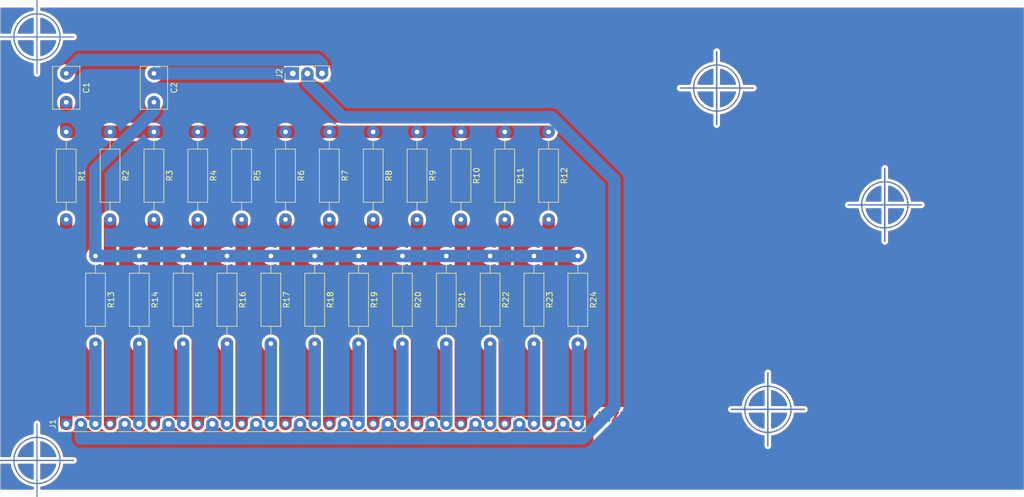
<source format=kicad_pcb>
(kicad_pcb (version 20171130) (host pcbnew "(5.1.9-0-10_14)")
  (layers (0 F.Cu signal) (31 B.Cu signal) (34 B.Paste user) (35 F.Paste user) (36 B.SilkS user) (37 F.SilkS user) (38 B.Mask user) (39 F.Mask user) (44 Edge.Cuts user))
  (net 0 "")
  (net 1 "Net-(J1-Pad1)")
  (net 2 GND)
  (net 3 "Net-(J1-Pad3)")
  (net 4 "Net-(J1-Pad4)")
  (net 5 "Net-(J1-Pad6)")
  (net 6 "Net-(J1-Pad7)")
  (net 7 "Net-(J1-Pad9)")
  (net 8 "Net-(J1-Pad10)")
  (net 9 "Net-(J1-Pad12)")
  (net 10 "Net-(J1-Pad13)")
  (net 11 "Net-(J1-Pad15)")
  (net 12 "Net-(J1-Pad16)")
  (net 13 "Net-(J1-Pad18)")
  (net 14 "Net-(J1-Pad19)")
  (net 15 "Net-(J1-Pad21)")
  (net 16 "Net-(J1-Pad22)")
  (net 17 "Net-(J1-Pad24)")
  (net 18 "Net-(J1-Pad25)")
  (net 19 "Net-(J1-Pad27)")
  (net 20 "Net-(J1-Pad28)")
  (net 21 "Net-(J1-Pad30)")
  (net 22 "Net-(J1-Pad31)")
  (net 23 "Net-(J1-Pad33)")
  (net 24 "Net-(J1-Pad34)")
  (net 25 "Net-(J1-Pad36)")
  (net 26 "Net-(C2-Pad1)")
  (net 27 "Net-(C1-Pad1)")
  (net 28 "Net-(C1-Pad2)")
  (net 29 "Net-(C2-Pad2)")
  (module Resistor_THT:R_Axial_DIN0309_L9.0mm_D3.2mm_P15.24mm_Horizontal (layer F.Cu) (at 66.04 58.42 270)
    (fp_text reference R1 (at 7.62 -2.72 270) (layer F.SilkS))
    (fp_text value 22K)
    (fp_line (start 3 -1.72) (end 3 1.72) (layer F.SilkS) (width 0.12))
    (fp_line (start 3 1.72) (end 12.24 1.72) (layer F.SilkS) (width 0.12))
    (fp_line (start 12.24 1.72) (end 12.24 -1.72) (layer F.SilkS) (width 0.12))
    (fp_line (start 12.24 -1.72) (end 3 -1.72) (layer F.SilkS) (width 0.12))
    (fp_line (start 1.04 0) (end 3 0) (layer F.SilkS) (width 0.12))
    (fp_line (start 14.2 0) (end 12.24 0) (layer F.SilkS) (width 0.12))
    (pad 1 thru_hole circle (at 0 0 270) (size 2.159 2.159) (drill 0.8) (layers *.Cu *.Mask) (net 28 "Net-(C1-Pad2)"))
    (pad 2 thru_hole oval (at 15.24 0 270) (size 2.159 2.159) (drill 0.8) (layers *.Cu *.Mask) (net 1 "Net-(J1-Pad1)"))
  )
  (module Connector_PinHeader_2.54mm:PinHeader_1x36_P2.54mm_Vertical (layer F.Cu) (at 66.04 109.22 90)
    (fp_text reference J1 (at 0 -2.33 90) (layer F.SilkS))
    (fp_text value Conn_01x36_Male)
    (fp_line (start -1.33 90.23) (end 1.33 90.23) (layer F.SilkS) (width 0.12))
    (fp_line (start -1.33 1.27) (end -1.33 90.23) (layer F.SilkS) (width 0.12))
    (fp_line (start 1.33 1.27) (end 1.33 90.23) (layer F.SilkS) (width 0.12))
    (fp_line (start -1.33 1.27) (end 1.33 1.27) (layer F.SilkS) (width 0.12))
    (fp_line (start -1.33 0) (end -1.33 -1.33) (layer F.SilkS) (width 0.12))
    (fp_line (start -1.33 -1.33) (end 0 -1.33) (layer F.SilkS) (width 0.12))
    (pad 36 thru_hole oval (at 0 88.9 90) (size 1.7 1.7) (drill 1) (layers *.Cu *.Mask) (net 25 "Net-(J1-Pad36)"))
    (pad 35 thru_hole oval (at 0 86.36 90) (size 1.7 1.7) (drill 1) (layers *.Cu *.Mask) (net 2 GND))
    (pad 34 thru_hole oval (at 0 83.82 90) (size 1.7 1.7) (drill 1) (layers *.Cu *.Mask) (net 24 "Net-(J1-Pad34)"))
    (pad 33 thru_hole oval (at 0 81.28 90) (size 1.7 1.7) (drill 1) (layers *.Cu *.Mask) (net 23 "Net-(J1-Pad33)"))
    (pad 32 thru_hole oval (at 0 78.74 90) (size 1.7 1.7) (drill 1) (layers *.Cu *.Mask) (net 2 GND))
    (pad 31 thru_hole oval (at 0 76.2 90) (size 1.7 1.7) (drill 1) (layers *.Cu *.Mask) (net 22 "Net-(J1-Pad31)"))
    (pad 30 thru_hole oval (at 0 73.66 90) (size 1.7 1.7) (drill 1) (layers *.Cu *.Mask) (net 21 "Net-(J1-Pad30)"))
    (pad 29 thru_hole oval (at 0 71.12 90) (size 1.7 1.7) (drill 1) (layers *.Cu *.Mask) (net 2 GND))
    (pad 28 thru_hole oval (at 0 68.58 90) (size 1.7 1.7) (drill 1) (layers *.Cu *.Mask) (net 20 "Net-(J1-Pad28)"))
    (pad 27 thru_hole oval (at 0 66.04 90) (size 1.7 1.7) (drill 1) (layers *.Cu *.Mask) (net 19 "Net-(J1-Pad27)"))
    (pad 26 thru_hole oval (at 0 63.5 90) (size 1.7 1.7) (drill 1) (layers *.Cu *.Mask) (net 2 GND))
    (pad 25 thru_hole oval (at 0 60.96 90) (size 1.7 1.7) (drill 1) (layers *.Cu *.Mask) (net 18 "Net-(J1-Pad25)"))
    (pad 24 thru_hole oval (at 0 58.42 90) (size 1.7 1.7) (drill 1) (layers *.Cu *.Mask) (net 17 "Net-(J1-Pad24)"))
    (pad 23 thru_hole oval (at 0 55.88 90) (size 1.7 1.7) (drill 1) (layers *.Cu *.Mask) (net 2 GND))
    (pad 22 thru_hole oval (at 0 53.34 90) (size 1.7 1.7) (drill 1) (layers *.Cu *.Mask) (net 16 "Net-(J1-Pad22)"))
    (pad 21 thru_hole oval (at 0 50.8 90) (size 1.7 1.7) (drill 1) (layers *.Cu *.Mask) (net 15 "Net-(J1-Pad21)"))
    (pad 20 thru_hole oval (at 0 48.26 90) (size 1.7 1.7) (drill 1) (layers *.Cu *.Mask) (net 2 GND))
    (pad 19 thru_hole oval (at 0 45.72 90) (size 1.7 1.7) (drill 1) (layers *.Cu *.Mask) (net 14 "Net-(J1-Pad19)"))
    (pad 18 thru_hole oval (at 0 43.18 90) (size 1.7 1.7) (drill 1) (layers *.Cu *.Mask) (net 13 "Net-(J1-Pad18)"))
    (pad 17 thru_hole oval (at 0 40.64 90) (size 1.7 1.7) (drill 1) (layers *.Cu *.Mask) (net 2 GND))
    (pad 16 thru_hole oval (at 0 38.1 90) (size 1.7 1.7) (drill 1) (layers *.Cu *.Mask) (net 12 "Net-(J1-Pad16)"))
    (pad 15 thru_hole oval (at 0 35.56 90) (size 1.7 1.7) (drill 1) (layers *.Cu *.Mask) (net 11 "Net-(J1-Pad15)"))
    (pad 14 thru_hole oval (at 0 33.02 90) (size 1.7 1.7) (drill 1) (layers *.Cu *.Mask) (net 2 GND))
    (pad 13 thru_hole oval (at 0 30.48 90) (size 1.7 1.7) (drill 1) (layers *.Cu *.Mask) (net 10 "Net-(J1-Pad13)"))
    (pad 12 thru_hole oval (at 0 27.94 90) (size 1.7 1.7) (drill 1) (layers *.Cu *.Mask) (net 9 "Net-(J1-Pad12)"))
    (pad 11 thru_hole oval (at 0 25.4 90) (size 1.7 1.7) (drill 1) (layers *.Cu *.Mask) (net 2 GND))
    (pad 10 thru_hole oval (at 0 22.86 90) (size 1.7 1.7) (drill 1) (layers *.Cu *.Mask) (net 8 "Net-(J1-Pad10)"))
    (pad 9 thru_hole oval (at 0 20.32 90) (size 1.7 1.7) (drill 1) (layers *.Cu *.Mask) (net 7 "Net-(J1-Pad9)"))
    (pad 8 thru_hole oval (at 0 17.78 90) (size 1.7 1.7) (drill 1) (layers *.Cu *.Mask) (net 2 GND))
    (pad 7 thru_hole oval (at 0 15.24 90) (size 1.7 1.7) (drill 1) (layers *.Cu *.Mask) (net 6 "Net-(J1-Pad7)"))
    (pad 6 thru_hole oval (at 0 12.7 90) (size 1.7 1.7) (drill 1) (layers *.Cu *.Mask) (net 5 "Net-(J1-Pad6)"))
    (pad 5 thru_hole oval (at 0 10.16 90) (size 1.7 1.7) (drill 1) (layers *.Cu *.Mask) (net 2 GND))
    (pad 4 thru_hole oval (at 0 7.62 90) (size 1.7 1.7) (drill 1) (layers *.Cu *.Mask) (net 4 "Net-(J1-Pad4)"))
    (pad 3 thru_hole oval (at 0 5.08 90) (size 1.7 1.7) (drill 1) (layers *.Cu *.Mask) (net 3 "Net-(J1-Pad3)"))
    (pad 2 thru_hole oval (at 0 2.54 90) (size 1.7 1.7) (drill 1) (layers *.Cu *.Mask) (net 2 GND))
    (pad 1 thru_hole rect (at 0 0 90) (size 1.7 1.7) (drill 1) (layers *.Cu *.Mask) (net 1 "Net-(J1-Pad1)"))
  )
  (module Connector_PinHeader_2.54mm:PinHeader_1x03_P2.54mm_Vertical (layer F.Cu) (at 105.41 48.26 90)
    (fp_text reference J2 (at 0 -2.33 90) (layer F.SilkS))
    (fp_text value Conn_01x03_Male)
    (fp_line (start -1.33 6.41) (end 1.33 6.41) (layer F.SilkS) (width 0.12))
    (fp_line (start -1.33 1.27) (end -1.33 6.41) (layer F.SilkS) (width 0.12))
    (fp_line (start 1.33 1.27) (end 1.33 6.41) (layer F.SilkS) (width 0.12))
    (fp_line (start -1.33 1.27) (end 1.33 1.27) (layer F.SilkS) (width 0.12))
    (fp_line (start -1.33 0) (end -1.33 -1.33) (layer F.SilkS) (width 0.12))
    (fp_line (start -1.33 -1.33) (end 0 -1.33) (layer F.SilkS) (width 0.12))
    (pad 3 thru_hole oval (at 0 5.08 90) (size 2.159 2.159) (drill 1) (layers *.Cu *.Mask) (net 27 "Net-(C1-Pad1)"))
    (pad 2 thru_hole oval (at 0 2.54 90) (size 2.159 2.159) (drill 1) (layers *.Cu *.Mask) (net 2 GND))
    (pad 1 thru_hole rect (at 0 0 90) (size 2.159 2.159) (drill 1) (layers *.Cu *.Mask) (net 26 "Net-(C2-Pad1)"))
  )
  (module Resistor_THT:R_Axial_DIN0309_L9.0mm_D3.2mm_P15.24mm_Horizontal (layer F.Cu) (at 73.66 58.42 270)
    (fp_text reference R2 (at 7.62 -2.72 90) (layer F.SilkS))
    (fp_text value 22K)
    (fp_line (start 3 -1.72) (end 3 1.72) (layer F.SilkS) (width 0.12))
    (fp_line (start 3 1.72) (end 12.24 1.72) (layer F.SilkS) (width 0.12))
    (fp_line (start 12.24 1.72) (end 12.24 -1.72) (layer F.SilkS) (width 0.12))
    (fp_line (start 12.24 -1.72) (end 3 -1.72) (layer F.SilkS) (width 0.12))
    (fp_line (start 1.04 0) (end 3 0) (layer F.SilkS) (width 0.12))
    (fp_line (start 14.2 0) (end 12.24 0) (layer F.SilkS) (width 0.12))
    (pad 1 thru_hole circle (at 0 0 270) (size 2.159 2.159) (drill 0.8) (layers *.Cu *.Mask) (net 28 "Net-(C1-Pad2)"))
    (pad 2 thru_hole oval (at 15.24 0 270) (size 2.159 2.159) (drill 0.8) (layers *.Cu *.Mask) (net 4 "Net-(J1-Pad4)"))
  )
  (module Resistor_THT:R_Axial_DIN0309_L9.0mm_D3.2mm_P15.24mm_Horizontal (layer F.Cu) (at 81.28 58.42 270)
    (fp_text reference R3 (at 7.62 -2.72 90) (layer F.SilkS))
    (fp_text value 22K)
    (fp_line (start 3 -1.72) (end 3 1.72) (layer F.SilkS) (width 0.12))
    (fp_line (start 3 1.72) (end 12.24 1.72) (layer F.SilkS) (width 0.12))
    (fp_line (start 12.24 1.72) (end 12.24 -1.72) (layer F.SilkS) (width 0.12))
    (fp_line (start 12.24 -1.72) (end 3 -1.72) (layer F.SilkS) (width 0.12))
    (fp_line (start 1.04 0) (end 3 0) (layer F.SilkS) (width 0.12))
    (fp_line (start 14.2 0) (end 12.24 0) (layer F.SilkS) (width 0.12))
    (pad 1 thru_hole circle (at 0 0 270) (size 2.159 2.159) (drill 0.8) (layers *.Cu *.Mask) (net 28 "Net-(C1-Pad2)"))
    (pad 2 thru_hole oval (at 15.24 0 270) (size 2.159 2.159) (drill 0.8) (layers *.Cu *.Mask) (net 6 "Net-(J1-Pad7)"))
  )
  (module Resistor_THT:R_Axial_DIN0309_L9.0mm_D3.2mm_P15.24mm_Horizontal (layer F.Cu) (at 88.9 58.42 270)
    (fp_text reference R4 (at 7.62 -2.72 90) (layer F.SilkS))
    (fp_text value 22K)
    (fp_line (start 3 -1.72) (end 3 1.72) (layer F.SilkS) (width 0.12))
    (fp_line (start 3 1.72) (end 12.24 1.72) (layer F.SilkS) (width 0.12))
    (fp_line (start 12.24 1.72) (end 12.24 -1.72) (layer F.SilkS) (width 0.12))
    (fp_line (start 12.24 -1.72) (end 3 -1.72) (layer F.SilkS) (width 0.12))
    (fp_line (start 1.04 0) (end 3 0) (layer F.SilkS) (width 0.12))
    (fp_line (start 14.2 0) (end 12.24 0) (layer F.SilkS) (width 0.12))
    (pad 1 thru_hole circle (at 0 0 270) (size 2.159 2.159) (drill 0.8) (layers *.Cu *.Mask) (net 28 "Net-(C1-Pad2)"))
    (pad 2 thru_hole oval (at 15.24 0 270) (size 2.159 2.159) (drill 0.8) (layers *.Cu *.Mask) (net 8 "Net-(J1-Pad10)"))
  )
  (module Resistor_THT:R_Axial_DIN0309_L9.0mm_D3.2mm_P15.24mm_Horizontal (layer F.Cu) (at 96.52 58.42 270)
    (fp_text reference R5 (at 7.62 -2.72 90) (layer F.SilkS))
    (fp_text value 22K)
    (fp_line (start 3 -1.72) (end 3 1.72) (layer F.SilkS) (width 0.12))
    (fp_line (start 3 1.72) (end 12.24 1.72) (layer F.SilkS) (width 0.12))
    (fp_line (start 12.24 1.72) (end 12.24 -1.72) (layer F.SilkS) (width 0.12))
    (fp_line (start 12.24 -1.72) (end 3 -1.72) (layer F.SilkS) (width 0.12))
    (fp_line (start 1.04 0) (end 3 0) (layer F.SilkS) (width 0.12))
    (fp_line (start 14.2 0) (end 12.24 0) (layer F.SilkS) (width 0.12))
    (pad 1 thru_hole circle (at 0 0 270) (size 2.159 2.159) (drill 0.8) (layers *.Cu *.Mask) (net 28 "Net-(C1-Pad2)"))
    (pad 2 thru_hole oval (at 15.24 0 270) (size 2.159 2.159) (drill 0.8) (layers *.Cu *.Mask) (net 10 "Net-(J1-Pad13)"))
  )
  (module Resistor_THT:R_Axial_DIN0309_L9.0mm_D3.2mm_P15.24mm_Horizontal (layer F.Cu) (at 104.14 58.42 270)
    (fp_text reference R6 (at 7.62 -2.72 90) (layer F.SilkS))
    (fp_text value 22K)
    (fp_line (start 3 -1.72) (end 3 1.72) (layer F.SilkS) (width 0.12))
    (fp_line (start 3 1.72) (end 12.24 1.72) (layer F.SilkS) (width 0.12))
    (fp_line (start 12.24 1.72) (end 12.24 -1.72) (layer F.SilkS) (width 0.12))
    (fp_line (start 12.24 -1.72) (end 3 -1.72) (layer F.SilkS) (width 0.12))
    (fp_line (start 1.04 0) (end 3 0) (layer F.SilkS) (width 0.12))
    (fp_line (start 14.2 0) (end 12.24 0) (layer F.SilkS) (width 0.12))
    (pad 1 thru_hole circle (at 0 0 270) (size 2.159 2.159) (drill 0.8) (layers *.Cu *.Mask) (net 28 "Net-(C1-Pad2)"))
    (pad 2 thru_hole oval (at 15.24 0 270) (size 2.159 2.159) (drill 0.8) (layers *.Cu *.Mask) (net 12 "Net-(J1-Pad16)"))
  )
  (module Resistor_THT:R_Axial_DIN0309_L9.0mm_D3.2mm_P15.24mm_Horizontal (layer F.Cu) (at 111.76 58.42 270)
    (fp_text reference R7 (at 7.62 -2.72 90) (layer F.SilkS))
    (fp_text value 22K)
    (fp_line (start 3 -1.72) (end 3 1.72) (layer F.SilkS) (width 0.12))
    (fp_line (start 3 1.72) (end 12.24 1.72) (layer F.SilkS) (width 0.12))
    (fp_line (start 12.24 1.72) (end 12.24 -1.72) (layer F.SilkS) (width 0.12))
    (fp_line (start 12.24 -1.72) (end 3 -1.72) (layer F.SilkS) (width 0.12))
    (fp_line (start 1.04 0) (end 3 0) (layer F.SilkS) (width 0.12))
    (fp_line (start 14.2 0) (end 12.24 0) (layer F.SilkS) (width 0.12))
    (pad 1 thru_hole circle (at 0 0 270) (size 2.159 2.159) (drill 0.8) (layers *.Cu *.Mask) (net 28 "Net-(C1-Pad2)"))
    (pad 2 thru_hole oval (at 15.24 0 270) (size 2.159 2.159) (drill 0.8) (layers *.Cu *.Mask) (net 14 "Net-(J1-Pad19)"))
  )
  (module Resistor_THT:R_Axial_DIN0309_L9.0mm_D3.2mm_P15.24mm_Horizontal (layer F.Cu) (at 119.38 58.42 270)
    (fp_text reference R8 (at 7.62 -2.72 90) (layer F.SilkS))
    (fp_text value 22K)
    (fp_line (start 3 -1.72) (end 3 1.72) (layer F.SilkS) (width 0.12))
    (fp_line (start 3 1.72) (end 12.24 1.72) (layer F.SilkS) (width 0.12))
    (fp_line (start 12.24 1.72) (end 12.24 -1.72) (layer F.SilkS) (width 0.12))
    (fp_line (start 12.24 -1.72) (end 3 -1.72) (layer F.SilkS) (width 0.12))
    (fp_line (start 1.04 0) (end 3 0) (layer F.SilkS) (width 0.12))
    (fp_line (start 14.2 0) (end 12.24 0) (layer F.SilkS) (width 0.12))
    (pad 1 thru_hole circle (at 0 0 270) (size 2.159 2.159) (drill 0.8) (layers *.Cu *.Mask) (net 28 "Net-(C1-Pad2)"))
    (pad 2 thru_hole oval (at 15.24 0 270) (size 2.159 2.159) (drill 0.8) (layers *.Cu *.Mask) (net 16 "Net-(J1-Pad22)"))
  )
  (module Resistor_THT:R_Axial_DIN0309_L9.0mm_D3.2mm_P15.24mm_Horizontal (layer F.Cu) (at 127 58.42 270)
    (fp_text reference R9 (at 7.62 -2.72 90) (layer F.SilkS))
    (fp_text value 22K)
    (fp_line (start 3 -1.72) (end 3 1.72) (layer F.SilkS) (width 0.12))
    (fp_line (start 3 1.72) (end 12.24 1.72) (layer F.SilkS) (width 0.12))
    (fp_line (start 12.24 1.72) (end 12.24 -1.72) (layer F.SilkS) (width 0.12))
    (fp_line (start 12.24 -1.72) (end 3 -1.72) (layer F.SilkS) (width 0.12))
    (fp_line (start 1.04 0) (end 3 0) (layer F.SilkS) (width 0.12))
    (fp_line (start 14.2 0) (end 12.24 0) (layer F.SilkS) (width 0.12))
    (pad 1 thru_hole circle (at 0 0 270) (size 2.159 2.159) (drill 0.8) (layers *.Cu *.Mask) (net 28 "Net-(C1-Pad2)"))
    (pad 2 thru_hole oval (at 15.24 0 270) (size 2.159 2.159) (drill 0.8) (layers *.Cu *.Mask) (net 18 "Net-(J1-Pad25)"))
  )
  (module Resistor_THT:R_Axial_DIN0309_L9.0mm_D3.2mm_P15.24mm_Horizontal (layer F.Cu) (at 134.62 58.42 270)
    (fp_text reference R10 (at 7.62 -2.72 90) (layer F.SilkS))
    (fp_text value 22K)
    (fp_line (start 3 -1.72) (end 3 1.72) (layer F.SilkS) (width 0.12))
    (fp_line (start 3 1.72) (end 12.24 1.72) (layer F.SilkS) (width 0.12))
    (fp_line (start 12.24 1.72) (end 12.24 -1.72) (layer F.SilkS) (width 0.12))
    (fp_line (start 12.24 -1.72) (end 3 -1.72) (layer F.SilkS) (width 0.12))
    (fp_line (start 1.04 0) (end 3 0) (layer F.SilkS) (width 0.12))
    (fp_line (start 14.2 0) (end 12.24 0) (layer F.SilkS) (width 0.12))
    (pad 1 thru_hole circle (at 0 0 270) (size 2.159 2.159) (drill 0.8) (layers *.Cu *.Mask) (net 28 "Net-(C1-Pad2)"))
    (pad 2 thru_hole oval (at 15.24 0 270) (size 2.159 2.159) (drill 0.8) (layers *.Cu *.Mask) (net 20 "Net-(J1-Pad28)"))
  )
  (module Resistor_THT:R_Axial_DIN0309_L9.0mm_D3.2mm_P15.24mm_Horizontal (layer F.Cu) (at 142.24 58.42 270)
    (fp_text reference R11 (at 7.62 -2.72 90) (layer F.SilkS))
    (fp_text value 22K)
    (fp_line (start 3 -1.72) (end 3 1.72) (layer F.SilkS) (width 0.12))
    (fp_line (start 3 1.72) (end 12.24 1.72) (layer F.SilkS) (width 0.12))
    (fp_line (start 12.24 1.72) (end 12.24 -1.72) (layer F.SilkS) (width 0.12))
    (fp_line (start 12.24 -1.72) (end 3 -1.72) (layer F.SilkS) (width 0.12))
    (fp_line (start 1.04 0) (end 3 0) (layer F.SilkS) (width 0.12))
    (fp_line (start 14.2 0) (end 12.24 0) (layer F.SilkS) (width 0.12))
    (pad 1 thru_hole circle (at 0 0 270) (size 2.159 2.159) (drill 0.8) (layers *.Cu *.Mask) (net 28 "Net-(C1-Pad2)"))
    (pad 2 thru_hole oval (at 15.24 0 270) (size 2.159 2.159) (drill 0.8) (layers *.Cu *.Mask) (net 22 "Net-(J1-Pad31)"))
  )
  (module Resistor_THT:R_Axial_DIN0309_L9.0mm_D3.2mm_P15.24mm_Horizontal (layer F.Cu) (at 149.86 58.42 270)
    (fp_text reference R12 (at 7.62 -2.72 90) (layer F.SilkS))
    (fp_text value 22K)
    (fp_line (start 3 -1.72) (end 3 1.72) (layer F.SilkS) (width 0.12))
    (fp_line (start 3 1.72) (end 12.24 1.72) (layer F.SilkS) (width 0.12))
    (fp_line (start 12.24 1.72) (end 12.24 -1.72) (layer F.SilkS) (width 0.12))
    (fp_line (start 12.24 -1.72) (end 3 -1.72) (layer F.SilkS) (width 0.12))
    (fp_line (start 1.04 0) (end 3 0) (layer F.SilkS) (width 0.12))
    (fp_line (start 14.2 0) (end 12.24 0) (layer F.SilkS) (width 0.12))
    (pad 1 thru_hole circle (at 0 0 270) (size 2.159 2.159) (drill 0.8) (layers *.Cu *.Mask) (net 28 "Net-(C1-Pad2)"))
    (pad 2 thru_hole oval (at 15.24 0 270) (size 2.159 2.159) (drill 0.8) (layers *.Cu *.Mask) (net 24 "Net-(J1-Pad34)"))
  )
  (module Resistor_THT:R_Axial_DIN0309_L9.0mm_D3.2mm_P15.24mm_Horizontal (layer F.Cu) (at 71.12 80.01 270)
    (fp_text reference R13 (at 7.62 -2.72 90) (layer F.SilkS))
    (fp_text value 22K)
    (fp_line (start 3 -1.72) (end 3 1.72) (layer F.SilkS) (width 0.12))
    (fp_line (start 3 1.72) (end 12.24 1.72) (layer F.SilkS) (width 0.12))
    (fp_line (start 12.24 1.72) (end 12.24 -1.72) (layer F.SilkS) (width 0.12))
    (fp_line (start 12.24 -1.72) (end 3 -1.72) (layer F.SilkS) (width 0.12))
    (fp_line (start 1.04 0) (end 3 0) (layer F.SilkS) (width 0.12))
    (fp_line (start 14.2 0) (end 12.24 0) (layer F.SilkS) (width 0.12))
    (pad 1 thru_hole circle (at 0 0 270) (size 2.159 2.159) (drill 0.8) (layers *.Cu *.Mask) (net 29 "Net-(C2-Pad2)"))
    (pad 2 thru_hole oval (at 15.24 0 270) (size 2.159 2.159) (drill 0.8) (layers *.Cu *.Mask) (net 3 "Net-(J1-Pad3)"))
  )
  (module Resistor_THT:R_Axial_DIN0309_L9.0mm_D3.2mm_P15.24mm_Horizontal (layer F.Cu) (at 78.74 80.01 270)
    (fp_text reference R14 (at 7.62 -2.72 90) (layer F.SilkS))
    (fp_text value 22K)
    (fp_line (start 3 -1.72) (end 3 1.72) (layer F.SilkS) (width 0.12))
    (fp_line (start 3 1.72) (end 12.24 1.72) (layer F.SilkS) (width 0.12))
    (fp_line (start 12.24 1.72) (end 12.24 -1.72) (layer F.SilkS) (width 0.12))
    (fp_line (start 12.24 -1.72) (end 3 -1.72) (layer F.SilkS) (width 0.12))
    (fp_line (start 1.04 0) (end 3 0) (layer F.SilkS) (width 0.12))
    (fp_line (start 14.2 0) (end 12.24 0) (layer F.SilkS) (width 0.12))
    (pad 1 thru_hole circle (at 0 0 270) (size 2.159 2.159) (drill 0.8) (layers *.Cu *.Mask) (net 29 "Net-(C2-Pad2)"))
    (pad 2 thru_hole oval (at 15.24 0 270) (size 2.159 2.159) (drill 0.8) (layers *.Cu *.Mask) (net 5 "Net-(J1-Pad6)"))
  )
  (module Resistor_THT:R_Axial_DIN0309_L9.0mm_D3.2mm_P15.24mm_Horizontal (layer F.Cu) (at 86.36 80.01 270)
    (fp_text reference R15 (at 7.62 -2.72 90) (layer F.SilkS))
    (fp_text value 22K)
    (fp_line (start 3 -1.72) (end 3 1.72) (layer F.SilkS) (width 0.12))
    (fp_line (start 3 1.72) (end 12.24 1.72) (layer F.SilkS) (width 0.12))
    (fp_line (start 12.24 1.72) (end 12.24 -1.72) (layer F.SilkS) (width 0.12))
    (fp_line (start 12.24 -1.72) (end 3 -1.72) (layer F.SilkS) (width 0.12))
    (fp_line (start 1.04 0) (end 3 0) (layer F.SilkS) (width 0.12))
    (fp_line (start 14.2 0) (end 12.24 0) (layer F.SilkS) (width 0.12))
    (pad 1 thru_hole circle (at 0 0 270) (size 2.159 2.159) (drill 0.8) (layers *.Cu *.Mask) (net 29 "Net-(C2-Pad2)"))
    (pad 2 thru_hole oval (at 15.24 0 270) (size 2.159 2.159) (drill 0.8) (layers *.Cu *.Mask) (net 7 "Net-(J1-Pad9)"))
  )
  (module Resistor_THT:R_Axial_DIN0309_L9.0mm_D3.2mm_P15.24mm_Horizontal (layer F.Cu) (at 93.98 80.01 270)
    (fp_text reference R16 (at 7.62 -2.72 90) (layer F.SilkS))
    (fp_text value 22K)
    (fp_line (start 3 -1.72) (end 3 1.72) (layer F.SilkS) (width 0.12))
    (fp_line (start 3 1.72) (end 12.24 1.72) (layer F.SilkS) (width 0.12))
    (fp_line (start 12.24 1.72) (end 12.24 -1.72) (layer F.SilkS) (width 0.12))
    (fp_line (start 12.24 -1.72) (end 3 -1.72) (layer F.SilkS) (width 0.12))
    (fp_line (start 1.04 0) (end 3 0) (layer F.SilkS) (width 0.12))
    (fp_line (start 14.2 0) (end 12.24 0) (layer F.SilkS) (width 0.12))
    (pad 1 thru_hole circle (at 0 0 270) (size 2.159 2.159) (drill 0.8) (layers *.Cu *.Mask) (net 29 "Net-(C2-Pad2)"))
    (pad 2 thru_hole oval (at 15.24 0 270) (size 2.159 2.159) (drill 0.8) (layers *.Cu *.Mask) (net 9 "Net-(J1-Pad12)"))
  )
  (module Resistor_THT:R_Axial_DIN0309_L9.0mm_D3.2mm_P15.24mm_Horizontal (layer F.Cu) (at 101.6 80.01 270)
    (fp_text reference R17 (at 7.62 -2.72 90) (layer F.SilkS))
    (fp_text value 22K)
    (fp_line (start 3 -1.72) (end 3 1.72) (layer F.SilkS) (width 0.12))
    (fp_line (start 3 1.72) (end 12.24 1.72) (layer F.SilkS) (width 0.12))
    (fp_line (start 12.24 1.72) (end 12.24 -1.72) (layer F.SilkS) (width 0.12))
    (fp_line (start 12.24 -1.72) (end 3 -1.72) (layer F.SilkS) (width 0.12))
    (fp_line (start 1.04 0) (end 3 0) (layer F.SilkS) (width 0.12))
    (fp_line (start 14.2 0) (end 12.24 0) (layer F.SilkS) (width 0.12))
    (pad 1 thru_hole circle (at 0 0 270) (size 2.159 2.159) (drill 0.8) (layers *.Cu *.Mask) (net 29 "Net-(C2-Pad2)"))
    (pad 2 thru_hole oval (at 15.24 0 270) (size 2.159 2.159) (drill 0.8) (layers *.Cu *.Mask) (net 11 "Net-(J1-Pad15)"))
  )
  (module Resistor_THT:R_Axial_DIN0309_L9.0mm_D3.2mm_P15.24mm_Horizontal (layer F.Cu) (at 109.22 80.01 270)
    (fp_text reference R18 (at 7.62 -2.72 90) (layer F.SilkS))
    (fp_text value 22K)
    (fp_line (start 3 -1.72) (end 3 1.72) (layer F.SilkS) (width 0.12))
    (fp_line (start 3 1.72) (end 12.24 1.72) (layer F.SilkS) (width 0.12))
    (fp_line (start 12.24 1.72) (end 12.24 -1.72) (layer F.SilkS) (width 0.12))
    (fp_line (start 12.24 -1.72) (end 3 -1.72) (layer F.SilkS) (width 0.12))
    (fp_line (start 1.04 0) (end 3 0) (layer F.SilkS) (width 0.12))
    (fp_line (start 14.2 0) (end 12.24 0) (layer F.SilkS) (width 0.12))
    (pad 1 thru_hole circle (at 0 0 270) (size 2.159 2.159) (drill 0.8) (layers *.Cu *.Mask) (net 29 "Net-(C2-Pad2)"))
    (pad 2 thru_hole oval (at 15.24 0 270) (size 2.159 2.159) (drill 0.8) (layers *.Cu *.Mask) (net 13 "Net-(J1-Pad18)"))
  )
  (module Resistor_THT:R_Axial_DIN0309_L9.0mm_D3.2mm_P15.24mm_Horizontal (layer F.Cu) (at 116.84 80.01 270)
    (fp_text reference R19 (at 7.62 -2.72 90) (layer F.SilkS))
    (fp_text value 22K)
    (fp_line (start 3 -1.72) (end 3 1.72) (layer F.SilkS) (width 0.12))
    (fp_line (start 3 1.72) (end 12.24 1.72) (layer F.SilkS) (width 0.12))
    (fp_line (start 12.24 1.72) (end 12.24 -1.72) (layer F.SilkS) (width 0.12))
    (fp_line (start 12.24 -1.72) (end 3 -1.72) (layer F.SilkS) (width 0.12))
    (fp_line (start 1.04 0) (end 3 0) (layer F.SilkS) (width 0.12))
    (fp_line (start 14.2 0) (end 12.24 0) (layer F.SilkS) (width 0.12))
    (pad 1 thru_hole circle (at 0 0 270) (size 2.159 2.159) (drill 0.8) (layers *.Cu *.Mask) (net 29 "Net-(C2-Pad2)"))
    (pad 2 thru_hole oval (at 15.24 0 270) (size 2.159 2.159) (drill 0.8) (layers *.Cu *.Mask) (net 15 "Net-(J1-Pad21)"))
  )
  (module Resistor_THT:R_Axial_DIN0309_L9.0mm_D3.2mm_P15.24mm_Horizontal (layer F.Cu) (at 124.46 80.01 270)
    (fp_text reference R20 (at 7.62 -2.72 90) (layer F.SilkS))
    (fp_text value 22K)
    (fp_line (start 3 -1.72) (end 3 1.72) (layer F.SilkS) (width 0.12))
    (fp_line (start 3 1.72) (end 12.24 1.72) (layer F.SilkS) (width 0.12))
    (fp_line (start 12.24 1.72) (end 12.24 -1.72) (layer F.SilkS) (width 0.12))
    (fp_line (start 12.24 -1.72) (end 3 -1.72) (layer F.SilkS) (width 0.12))
    (fp_line (start 1.04 0) (end 3 0) (layer F.SilkS) (width 0.12))
    (fp_line (start 14.2 0) (end 12.24 0) (layer F.SilkS) (width 0.12))
    (pad 1 thru_hole circle (at 0 0 270) (size 2.159 2.159) (drill 0.8) (layers *.Cu *.Mask) (net 29 "Net-(C2-Pad2)"))
    (pad 2 thru_hole oval (at 15.24 0 270) (size 2.159 2.159) (drill 0.8) (layers *.Cu *.Mask) (net 17 "Net-(J1-Pad24)"))
  )
  (module Resistor_THT:R_Axial_DIN0309_L9.0mm_D3.2mm_P15.24mm_Horizontal (layer F.Cu) (at 132.08 80.01 270)
    (fp_text reference R21 (at 7.62 -2.72 90) (layer F.SilkS))
    (fp_text value 22K)
    (fp_line (start 3 -1.72) (end 3 1.72) (layer F.SilkS) (width 0.12))
    (fp_line (start 3 1.72) (end 12.24 1.72) (layer F.SilkS) (width 0.12))
    (fp_line (start 12.24 1.72) (end 12.24 -1.72) (layer F.SilkS) (width 0.12))
    (fp_line (start 12.24 -1.72) (end 3 -1.72) (layer F.SilkS) (width 0.12))
    (fp_line (start 1.04 0) (end 3 0) (layer F.SilkS) (width 0.12))
    (fp_line (start 14.2 0) (end 12.24 0) (layer F.SilkS) (width 0.12))
    (pad 1 thru_hole circle (at 0 0 270) (size 2.159 2.159) (drill 0.8) (layers *.Cu *.Mask) (net 29 "Net-(C2-Pad2)"))
    (pad 2 thru_hole oval (at 15.24 0 270) (size 2.159 2.159) (drill 0.8) (layers *.Cu *.Mask) (net 19 "Net-(J1-Pad27)"))
  )
  (module Resistor_THT:R_Axial_DIN0309_L9.0mm_D3.2mm_P15.24mm_Horizontal (layer F.Cu) (at 139.7 80.01 270)
    (fp_text reference R22 (at 7.62 -2.72 90) (layer F.SilkS))
    (fp_text value 22K)
    (fp_line (start 3 -1.72) (end 3 1.72) (layer F.SilkS) (width 0.12))
    (fp_line (start 3 1.72) (end 12.24 1.72) (layer F.SilkS) (width 0.12))
    (fp_line (start 12.24 1.72) (end 12.24 -1.72) (layer F.SilkS) (width 0.12))
    (fp_line (start 12.24 -1.72) (end 3 -1.72) (layer F.SilkS) (width 0.12))
    (fp_line (start 1.04 0) (end 3 0) (layer F.SilkS) (width 0.12))
    (fp_line (start 14.2 0) (end 12.24 0) (layer F.SilkS) (width 0.12))
    (pad 1 thru_hole circle (at 0 0 270) (size 2.159 2.159) (drill 0.8) (layers *.Cu *.Mask) (net 29 "Net-(C2-Pad2)"))
    (pad 2 thru_hole oval (at 15.24 0 270) (size 2.159 2.159) (drill 0.8) (layers *.Cu *.Mask) (net 21 "Net-(J1-Pad30)"))
  )
  (module Resistor_THT:R_Axial_DIN0309_L9.0mm_D3.2mm_P15.24mm_Horizontal (layer F.Cu) (at 147.32 80.01 270)
    (fp_text reference R23 (at 7.62 -2.72 90) (layer F.SilkS))
    (fp_text value 22K)
    (fp_line (start 3 -1.72) (end 3 1.72) (layer F.SilkS) (width 0.12))
    (fp_line (start 3 1.72) (end 12.24 1.72) (layer F.SilkS) (width 0.12))
    (fp_line (start 12.24 1.72) (end 12.24 -1.72) (layer F.SilkS) (width 0.12))
    (fp_line (start 12.24 -1.72) (end 3 -1.72) (layer F.SilkS) (width 0.12))
    (fp_line (start 1.04 0) (end 3 0) (layer F.SilkS) (width 0.12))
    (fp_line (start 14.2 0) (end 12.24 0) (layer F.SilkS) (width 0.12))
    (pad 1 thru_hole circle (at 0 0 270) (size 2.159 2.159) (drill 0.8) (layers *.Cu *.Mask) (net 29 "Net-(C2-Pad2)"))
    (pad 2 thru_hole oval (at 15.24 0 270) (size 2.159 2.159) (drill 0.8) (layers *.Cu *.Mask) (net 23 "Net-(J1-Pad33)"))
  )
  (module Resistor_THT:R_Axial_DIN0309_L9.0mm_D3.2mm_P15.24mm_Horizontal (layer F.Cu) (at 154.94 80.01 270)
    (fp_text reference R24 (at 7.62 -2.72 90) (layer F.SilkS))
    (fp_text value 22K)
    (fp_line (start 3 -1.72) (end 3 1.72) (layer F.SilkS) (width 0.12))
    (fp_line (start 3 1.72) (end 12.24 1.72) (layer F.SilkS) (width 0.12))
    (fp_line (start 12.24 1.72) (end 12.24 -1.72) (layer F.SilkS) (width 0.12))
    (fp_line (start 12.24 -1.72) (end 3 -1.72) (layer F.SilkS) (width 0.12))
    (fp_line (start 1.04 0) (end 3 0) (layer F.SilkS) (width 0.12))
    (fp_line (start 14.2 0) (end 12.24 0) (layer F.SilkS) (width 0.12))
    (pad 1 thru_hole circle (at 0 0 270) (size 2.159 2.159) (drill 0.8) (layers *.Cu *.Mask) (net 29 "Net-(C2-Pad2)"))
    (pad 2 thru_hole oval (at 15.24 0 270) (size 2.159 2.159) (drill 0.8) (layers *.Cu *.Mask) (net 25 "Net-(J1-Pad36)"))
  )
  (module Capacitor_THT:C_Rect_L7.2mm_W4.5mm_P5.00mm_FKS2_FKP2_MKS2_MKP2 (layer F.Cu) (at 66.04 48.26 270)
    (fp_text reference C1 (at 2.5 -3.5 90) (layer F.SilkS))
    (fp_text value 10uF)
    (fp_line (start 6.22 -2.37) (end 6.22 2.37) (layer F.SilkS) (width 0.12))
    (fp_line (start -1.22 -2.37) (end -1.22 2.37) (layer F.SilkS) (width 0.12))
    (fp_line (start -1.22 2.37) (end 6.22 2.37) (layer F.SilkS) (width 0.12))
    (fp_line (start -1.22 -2.37) (end 6.22 -2.37) (layer F.SilkS) (width 0.12))
    (pad 2 thru_hole circle (at 5 0 270) (size 2.159 2.159) (drill 0.8) (layers *.Cu *.Mask) (net 28 "Net-(C1-Pad2)"))
    (pad 1 thru_hole circle (at 0 0 270) (size 2.159 2.159) (drill 0.8) (layers *.Cu *.Mask) (net 27 "Net-(C1-Pad1)"))
  )
  (module Capacitor_THT:C_Rect_L7.2mm_W4.5mm_P5.00mm_FKS2_FKP2_MKS2_MKP2 (layer F.Cu) (at 81.28 48.26 270)
    (fp_text reference C2 (at 2.5 -3.5 90) (layer F.SilkS))
    (fp_text value 10uF)
    (fp_line (start 6.22 -2.37) (end 6.22 2.37) (layer F.SilkS) (width 0.12))
    (fp_line (start -1.22 -2.37) (end -1.22 2.37) (layer F.SilkS) (width 0.12))
    (fp_line (start -1.22 2.37) (end 6.22 2.37) (layer F.SilkS) (width 0.12))
    (fp_line (start -1.22 -2.37) (end 6.22 -2.37) (layer F.SilkS) (width 0.12))
    (pad 2 thru_hole circle (at 5 0 270) (size 2.159 2.159) (drill 0.8) (layers *.Cu *.Mask) (net 29 "Net-(C2-Pad2)"))
    (pad 1 thru_hole circle (at 0 0 270) (size 2.159 2.159) (drill 0.8) (layers *.Cu *.Mask) (net 26 "Net-(C2-Pad1)"))
  )
  (gr_text "MIXER BOARD V1.0\n2021-04-15" (at 168.91 109.22) (layer F.Cu) (effects (font (size 1.5 1.5) (thickness 0.3))))
  (gr_line (start 67.31 41.91) (end 54.61 41.91) (layer F.Cu) (width 0.15))
  (gr_line (start 60.96 35.56) (end 60.96 48.26) (layer B.Cu) (width 0.15))
  (gr_line (start 67.31 41.91) (end 54.61 41.91) (layer B.Cu) (width 0.15))
  (gr_line (start 60.96 35.56) (end 60.96 48.26) (layer B.Cu) (width 0.15))
  (gr_circle (center 60.96 41.91) (end 64.976093 41.91) (layer B.Cu) (width 0.15))
  (gr_line (start 60.96 35.56) (end 60.96 48.26) (layer B.Cu) (width 0.15))
  (gr_line (start 67.31 41.91) (end 54.61 41.91) (layer B.Cu) (width 0.15))
  (gr_line (start 60.96 35.56) (end 60.96 48.26) (layer F.Cu) (width 0.15))
  (gr_line (start 60.96 35.56) (end 60.96 48.26) (layer F.Cu) (width 0.15))
  (gr_circle (center 60.96 41.91) (end 64.976093 41.91) (layer F.Cu) (width 0.15))
  (gr_line (start 67.31 41.91) (end 54.61 41.91) (layer F.Cu) (width 0.15))
  (gr_circle (center 60.96 41.91) (end 64.976093 41.91) (layer B.Cu) (width 0.15))
  (gr_circle (center 60.96 41.91) (end 64.976093 41.91) (layer F.Cu) (width 0.15))
  (gr_line (start 60.96 35.56) (end 60.96 48.26) (layer F.Cu) (width 0.15))
  (gr_line (start 60.96 35.56) (end 60.96 48.26) (layer B.Cu) (width 0.15))
  (gr_line (start 60.96 35.56) (end 60.96 48.26) (layer F.Cu) (width 0.15))
  (gr_line (start 67.31 41.91) (end 54.61 41.91) (layer B.Cu) (width 0.15))
  (gr_line (start 67.31 41.91) (end 54.61 41.91) (layer F.Cu) (width 0.15))
  (gr_circle (center 60.96 41.91) (end 64.976093 41.91) (layer B.Cu) (width 0.15))
  (gr_circle (center 60.96 41.91) (end 64.976093 41.91) (layer F.Cu) (width 0.15))
  (gr_line (start 67.31 41.91) (end 54.61 41.91) (layer B.Cu) (width 0.15))
  (gr_line (start 67.31 41.91) (end 54.61 41.91) (layer F.Cu) (width 0.15))
  (gr_circle (center 60.96 115.57) (end 64.976093 115.57) (layer B.Cu) (width 0.15))
  (gr_line (start 60.96 109.22) (end 60.96 121.92) (layer B.Cu) (width 0.15))
  (gr_line (start 67.31 115.57) (end 54.61 115.57) (layer B.Cu) (width 0.15))
  (gr_line (start 60.96 109.22) (end 60.96 121.92) (layer F.Cu) (width 0.15))
  (gr_line (start 60.96 109.22) (end 60.96 121.92) (layer F.Cu) (width 0.15))
  (gr_circle (center 60.96 115.57) (end 64.976093 115.57) (layer F.Cu) (width 0.15))
  (gr_line (start 67.31 115.57) (end 54.61 115.57) (layer F.Cu) (width 0.15))
  (gr_circle (center 60.96 115.57) (end 64.976093 115.57) (layer B.Cu) (width 0.15))
  (gr_circle (center 60.96 115.57) (end 64.976093 115.57) (layer F.Cu) (width 0.15))
  (gr_line (start 60.96 109.22) (end 60.96 121.92) (layer F.Cu) (width 0.15))
  (gr_line (start 67.31 115.57) (end 54.61 115.57) (layer B.Cu) (width 0.15))
  (gr_line (start 67.31 115.57) (end 54.61 115.57) (layer F.Cu) (width 0.15))
  (gr_circle (center 60.96 115.57) (end 64.976093 115.57) (layer F.Cu) (width 0.15))
  (gr_line (start 67.31 115.57) (end 54.61 115.57) (layer B.Cu) (width 0.15))
  (gr_line (start 60.96 109.22) (end 60.96 121.92) (layer F.Cu) (width 0.15))
  (gr_line (start 67.31 115.57) (end 54.61 115.57) (layer F.Cu) (width 0.15))
  (gr_circle (center 60.96 115.57) (end 64.976093 115.57) (layer B.Cu) (width 0.15))
  (gr_line (start 60.96 109.22) (end 60.96 121.92) (layer B.Cu) (width 0.15))
  (gr_line (start 60.96 109.22) (end 60.96 121.92) (layer B.Cu) (width 0.15))
  (gr_line (start 67.31 115.57) (end 54.61 115.57) (layer B.Cu) (width 0.15))
  (gr_line (start 60.96 109.22) (end 60.96 121.92) (layer B.Cu) (width 0.15))
  (gr_line (start 67.31 115.57) (end 54.61 115.57) (layer F.Cu) (width 0.15))
  (gr_line (start 187.96 100.33) (end 187.96 113.03) (layer F.Cu) (width 0.15))
  (gr_line (start 194.31 106.68) (end 181.61 106.68) (layer F.Cu) (width 0.15))
  (gr_line (start 187.96 100.33) (end 187.96 113.03) (layer B.Cu) (width 0.15))
  (gr_line (start 194.31 106.68) (end 181.61 106.68) (layer B.Cu) (width 0.15))
  (gr_line (start 187.96 100.33) (end 187.96 113.03) (layer B.Cu) (width 0.15))
  (gr_line (start 187.96 100.33) (end 187.96 113.03) (layer F.Cu) (width 0.15))
  (gr_circle (center 187.96 106.68) (end 191.976093 106.68) (layer F.Cu) (width 0.15))
  (gr_line (start 194.31 106.68) (end 181.61 106.68) (layer F.Cu) (width 0.15))
  (gr_circle (center 187.96 106.68) (end 191.976093 106.68) (layer B.Cu) (width 0.15))
  (gr_circle (center 187.96 106.68) (end 191.976093 106.68) (layer F.Cu) (width 0.15))
  (gr_line (start 187.96 100.33) (end 187.96 113.03) (layer F.Cu) (width 0.15))
  (gr_line (start 194.31 106.68) (end 181.61 106.68) (layer B.Cu) (width 0.15))
  (gr_line (start 194.31 106.68) (end 181.61 106.68) (layer F.Cu) (width 0.15))
  (gr_circle (center 187.96 106.68) (end 191.976093 106.68) (layer F.Cu) (width 0.15))
  (gr_circle (center 187.96 106.68) (end 191.976093 106.68) (layer B.Cu) (width 0.15))
  (gr_line (start 187.96 100.33) (end 187.96 113.03) (layer B.Cu) (width 0.15))
  (gr_line (start 187.96 100.33) (end 187.96 113.03) (layer B.Cu) (width 0.15))
  (gr_line (start 194.31 106.68) (end 181.61 106.68) (layer B.Cu) (width 0.15))
  (gr_line (start 194.31 106.68) (end 181.61 106.68) (layer B.Cu) (width 0.15))
  (gr_line (start 194.31 106.68) (end 181.61 106.68) (layer F.Cu) (width 0.15))
  (gr_line (start 187.96 100.33) (end 187.96 113.03) (layer F.Cu) (width 0.15))
  (gr_circle (center 187.96 106.68) (end 191.976093 106.68) (layer B.Cu) (width 0.15))
  (gr_line (start 214.63 71.12) (end 201.93 71.12) (layer B.Cu) (width 0.15))
  (gr_line (start 208.28 64.77) (end 208.28 77.47) (layer B.Cu) (width 0.15))
  (gr_line (start 208.28 64.77) (end 208.28 77.47) (layer F.Cu) (width 0.15))
  (gr_circle (center 208.28 71.12) (end 212.296093 71.12) (layer B.Cu) (width 0.15))
  (gr_line (start 214.63 71.12) (end 201.93 71.12) (layer F.Cu) (width 0.15))
  (gr_line (start 208.28 64.77) (end 208.28 77.47) (layer F.Cu) (width 0.15))
  (gr_line (start 214.63 71.12) (end 201.93 71.12) (layer B.Cu) (width 0.15))
  (gr_line (start 214.63 71.12) (end 201.93 71.12) (layer F.Cu) (width 0.15))
  (gr_circle (center 208.28 71.12) (end 212.296093 71.12) (layer F.Cu) (width 0.15))
  (gr_circle (center 208.28 71.12) (end 212.296093 71.12) (layer B.Cu) (width 0.15))
  (gr_line (start 208.28 64.77) (end 208.28 77.47) (layer B.Cu) (width 0.15))
  (gr_line (start 208.28 64.77) (end 208.28 77.47) (layer B.Cu) (width 0.15))
  (gr_circle (center 208.28 71.12) (end 212.296093 71.12) (layer F.Cu) (width 0.15))
  (gr_line (start 208.28 64.77) (end 208.28 77.47) (layer F.Cu) (width 0.15))
  (gr_line (start 214.63 71.12) (end 201.93 71.12) (layer B.Cu) (width 0.15))
  (gr_line (start 214.63 71.12) (end 201.93 71.12) (layer F.Cu) (width 0.15))
  (gr_line (start 208.28 64.77) (end 208.28 77.47) (layer F.Cu) (width 0.15))
  (gr_line (start 208.28 64.77) (end 208.28 77.47) (layer B.Cu) (width 0.15))
  (gr_line (start 214.63 71.12) (end 201.93 71.12) (layer F.Cu) (width 0.15))
  (gr_circle (center 208.28 71.12) (end 212.296093 71.12) (layer F.Cu) (width 0.15))
  (gr_line (start 214.63 71.12) (end 201.93 71.12) (layer B.Cu) (width 0.15))
  (gr_circle (center 208.28 71.12) (end 212.296093 71.12) (layer B.Cu) (width 0.15))
  (gr_circle (center 179.07 50.8) (end 183.086093 50.8) (layer B.Cu) (width 0.15))
  (gr_line (start 179.07 44.45) (end 179.07 57.15) (layer B.Cu) (width 0.15))
  (gr_circle (center 179.07 50.8) (end 183.086093 50.8) (layer F.Cu) (width 0.15))
  (gr_line (start 185.42 50.8) (end 172.72 50.8) (layer B.Cu) (width 0.15))
  (gr_line (start 185.42 50.8) (end 172.72 50.8) (layer F.Cu) (width 0.15))
  (gr_line (start 179.07 44.45) (end 179.07 57.15) (layer F.Cu) (width 0.15))
  (gr_line (start 185.42 50.8) (end 172.72 50.8) (layer B.Cu) (width 0.15))
  (gr_line (start 179.07 44.45) (end 179.07 57.15) (layer B.Cu) (width 0.15))
  (gr_line (start 185.42 50.8) (end 172.72 50.8) (layer F.Cu) (width 0.15))
  (gr_line (start 179.07 44.45) (end 179.07 57.15) (layer F.Cu) (width 0.15))
  (gr_circle (center 179.07 50.8) (end 183.086093 50.8) (layer F.Cu) (width 0.15))
  (segment (start 66.04 73.66) (end 66.04 109.22) (width 2.159) (layer F.Cu) (net 1))
  (segment (start 152.4 109.22) (end 152.4 111.76) (width 2.159) (layer B.Cu) (net 2))
  (segment (start 144.78 111.76) (end 152.4 111.76) (width 2.159) (layer B.Cu) (net 2))
  (segment (start 144.78 109.22) (end 144.78 111.76) (width 2.159) (layer B.Cu) (net 2))
  (segment (start 137.16 109.22) (end 137.16 111.76) (width 2.159) (layer B.Cu) (net 2))
  (segment (start 137.16 111.76) (end 144.78 111.76) (width 2.159) (layer B.Cu) (net 2))
  (segment (start 129.54 109.22) (end 129.54 111.76) (width 2.159) (layer B.Cu) (net 2))
  (segment (start 129.54 111.76) (end 137.16 111.76) (width 2.159) (layer B.Cu) (net 2))
  (segment (start 121.92 109.22) (end 121.92 111.76) (width 2.159) (layer B.Cu) (net 2))
  (segment (start 121.92 111.76) (end 129.54 111.76) (width 2.159) (layer B.Cu) (net 2))
  (segment (start 114.3 109.22) (end 114.3 111.76) (width 2.159) (layer B.Cu) (net 2))
  (segment (start 114.3 111.76) (end 121.92 111.76) (width 2.159) (layer B.Cu) (net 2))
  (segment (start 106.68 109.22) (end 106.68 111.76) (width 2.159) (layer B.Cu) (net 2))
  (segment (start 106.68 111.76) (end 114.3 111.76) (width 2.159) (layer B.Cu) (net 2))
  (segment (start 99.06 109.22) (end 99.06 111.76) (width 2.159) (layer B.Cu) (net 2))
  (segment (start 99.06 111.76) (end 106.68 111.76) (width 2.159) (layer B.Cu) (net 2))
  (segment (start 91.44 109.22) (end 91.44 111.76) (width 2.159) (layer B.Cu) (net 2))
  (segment (start 91.44 111.76) (end 99.06 111.76) (width 2.159) (layer B.Cu) (net 2))
  (segment (start 83.82 109.22) (end 83.82 111.76) (width 2.159) (layer B.Cu) (net 2))
  (segment (start 83.82 111.76) (end 91.44 111.76) (width 2.159) (layer B.Cu) (net 2))
  (segment (start 76.2 109.22) (end 76.2 111.76) (width 2.159) (layer B.Cu) (net 2))
  (segment (start 76.2 111.76) (end 83.82 111.76) (width 2.159) (layer B.Cu) (net 2))
  (segment (start 68.58 109.22) (end 68.58 111.76) (width 2.159) (layer B.Cu) (net 2))
  (segment (start 68.58 111.76) (end 76.2 111.76) (width 2.159) (layer B.Cu) (net 2))
  (segment (start 107.95 49.786643) (end 114.043357 55.88) (width 2.159) (layer B.Cu) (net 2))
  (segment (start 107.95 48.26) (end 107.95 49.786643) (width 2.159) (layer B.Cu) (net 2))
  (segment (start 150.397662 55.88) (end 161.29 66.772338) (width 2.159) (layer B.Cu) (net 2))
  (segment (start 114.043357 55.88) (end 150.397662 55.88) (width 2.159) (layer B.Cu) (net 2))
  (segment (start 161.29 106.206143) (end 155.736143 111.76) (width 2.159) (layer B.Cu) (net 2))
  (segment (start 155.736143 111.76) (end 152.4 111.76) (width 2.159) (layer B.Cu) (net 2))
  (segment (start 161.29 66.772338) (end 161.29 106.206143) (width 2.159) (layer B.Cu) (net 2))
  (segment (start 71.12 109.22) (end 71.12 95.25) (width 2.159) (layer B.Cu) (net 3))
  (segment (start 73.66 73.66) (end 73.66 109.22) (width 2.159) (layer F.Cu) (net 4))
  (segment (start 78.74 109.22) (end 78.74 95.25) (width 2.159) (layer B.Cu) (net 5))
  (segment (start 81.28 73.66) (end 81.28 109.22) (width 2.159) (layer F.Cu) (net 6))
  (segment (start 86.36 109.22) (end 86.36 95.25) (width 2.159) (layer B.Cu) (net 7))
  (segment (start 88.9 73.66) (end 88.9 109.22) (width 2.159) (layer F.Cu) (net 8))
  (segment (start 93.98 109.22) (end 93.98 95.25) (width 2.159) (layer B.Cu) (net 9))
  (segment (start 96.52 73.66) (end 96.52 109.22) (width 2.159) (layer F.Cu) (net 10))
  (segment (start 101.6 109.22) (end 101.6 95.25) (width 2.159) (layer B.Cu) (net 11))
  (segment (start 104.14 73.66) (end 104.14 109.22) (width 2.159) (layer F.Cu) (net 12))
  (segment (start 109.22 109.22) (end 109.22 95.25) (width 2.159) (layer B.Cu) (net 13))
  (segment (start 111.76 73.66) (end 111.76 109.22) (width 2.159) (layer F.Cu) (net 14))
  (segment (start 116.84 109.22) (end 116.84 95.25) (width 2.159) (layer B.Cu) (net 15))
  (segment (start 119.38 73.66) (end 119.38 109.22) (width 2.159) (layer F.Cu) (net 16))
  (segment (start 124.46 109.22) (end 124.46 95.25) (width 2.159) (layer B.Cu) (net 17))
  (segment (start 127 73.66) (end 127 109.22) (width 2.159) (layer F.Cu) (net 18))
  (segment (start 132.08 109.22) (end 132.08 95.25) (width 2.159) (layer B.Cu) (net 19))
  (segment (start 134.62 73.66) (end 134.62 109.22) (width 2.159) (layer F.Cu) (net 20))
  (segment (start 139.7 109.22) (end 139.7 95.25) (width 2.159) (layer B.Cu) (net 21))
  (segment (start 142.24 73.66) (end 142.24 109.22) (width 2.159) (layer F.Cu) (net 22))
  (segment (start 147.32 109.22) (end 147.32 95.25) (width 2.159) (layer B.Cu) (net 23))
  (segment (start 149.86 73.66) (end 149.86 109.22) (width 2.159) (layer F.Cu) (net 24))
  (segment (start 154.94 109.22) (end 154.94 95.25) (width 2.159) (layer B.Cu) (net 25))
  (segment (start 81.28 48.26) (end 105.41 48.26) (width 2.159) (layer B.Cu) (net 26))
  (segment (start 68.399001 45.900999) (end 109.657642 45.900999) (width 2.159) (layer B.Cu) (net 27))
  (segment (start 110.49 46.733357) (end 110.49 48.26) (width 2.159) (layer B.Cu) (net 27))
  (segment (start 109.657642 45.900999) (end 110.49 46.733357) (width 2.159) (layer B.Cu) (net 27))
  (segment (start 66.04 48.26) (end 68.399001 45.900999) (width 2.159) (layer B.Cu) (net 27))
  (segment (start 66.04 58.42) (end 149.86 58.42) (width 2.159) (layer F.Cu) (net 28))
  (segment (start 66.04 58.42) (end 66.04 53.26) (width 2.159) (layer F.Cu) (net 28))
  (segment (start 71.12 80.01) (end 154.94 80.01) (width 2.159) (layer B.Cu) (net 29))
  (segment (start 71.12 64.946643) (end 71.12 80.01) (width 2.159) (layer B.Cu) (net 29))
  (segment (start 81.28 54.786643) (end 71.12 64.946643) (width 2.159) (layer B.Cu) (net 29))
  (segment (start 81.28 53.26) (end 81.28 54.786643) (width 2.159) (layer B.Cu) (net 29))
  (zone (net 0) (net_name "") (layer B.Cu) (connect_pads (clearance 0.508)) (min_thickness 0.254) (fill yes (arc_segments 32) (thermal_gap 0.508) (thermal_bridge_width 0.508))
    (polygon (pts (xy 232.41 120.65) (xy 54.61 120.65) (xy 54.61 36.83) (xy 232.41 36.83)))
  )
  (zone (net 0) (net_name "") (layer F.Cu) (connect_pads (clearance 0.508)) (min_thickness 0.254) (fill yes (arc_segments 32) (thermal_gap 0.508) (thermal_bridge_width 0.508))
    (polygon (pts (xy 232.41 120.65) (xy 54.61 120.65) (xy 54.61 36.83) (xy 232.41 36.83)))
  )
)
</source>
